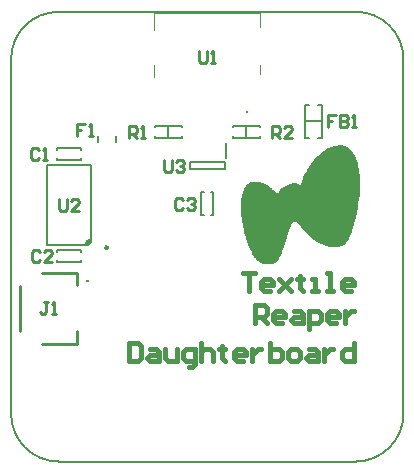
<source format=gto>
G04*
G04 #@! TF.GenerationSoftware,Altium Limited,Altium Designer,22.5.1 (42)*
G04*
G04 Layer_Color=65535*
%FSLAX24Y24*%
%MOIN*%
G70*
G04*
G04 #@! TF.SameCoordinates,90FD04DD-598D-4D9C-97AF-6977CF96076A*
G04*
G04*
G04 #@! TF.FilePolarity,Positive*
G04*
G01*
G75*
%ADD10C,0.0100*%
%ADD11C,0.0098*%
%ADD12C,0.0079*%
%ADD13C,0.0059*%
%ADD14C,0.0039*%
%ADD15C,0.0150*%
%ADD16C,0.0079*%
G36*
X2600Y7271D02*
X2482Y7241D01*
Y7300D01*
X2600Y7418D01*
X2678D01*
X2600Y7271D01*
D02*
G37*
G36*
X7978Y7095D02*
X7953Y7150D01*
X7935Y7192D01*
X7923Y7223D01*
X7908Y7262D01*
X7850Y7442D01*
X7831Y7503D01*
X7825Y7528D01*
X7813Y7570D01*
X7789Y7668D01*
X7780Y7707D01*
X7773Y7732D01*
X7761Y7793D01*
X7755Y7817D01*
X7731Y7939D01*
X7725Y7976D01*
X7719Y8006D01*
X7706Y8079D01*
X7700Y8128D01*
X7691Y8210D01*
X7685Y8253D01*
X7679Y8332D01*
X7673Y8448D01*
X7679Y8729D01*
X7685Y8747D01*
X7694Y8823D01*
X7700Y8854D01*
X7706Y8890D01*
X7725Y8963D01*
X7761Y9067D01*
X7789Y9125D01*
X7840Y9201D01*
X7850Y9210D01*
X7856Y9222D01*
X7889Y9256D01*
X7901Y9262D01*
X7914Y9274D01*
X7926Y9280D01*
X8017Y9323D01*
X8057Y9332D01*
X8094Y9338D01*
X8237Y9341D01*
X8255Y9335D01*
X8304Y9329D01*
X8322Y9323D01*
X8398Y9296D01*
X8429Y9283D01*
X8462Y9268D01*
X8529Y9232D01*
X8639Y9158D01*
X8673Y9131D01*
X8694Y9116D01*
X8706Y9103D01*
X8718Y9097D01*
X8749Y9067D01*
X8761Y9061D01*
X8901Y8921D01*
X8907Y8951D01*
X8913Y8975D01*
X8926Y9006D01*
X8950Y9043D01*
X8959Y9052D01*
X8965Y9064D01*
X9017Y9116D01*
X9029Y9122D01*
X9048Y9140D01*
X9060Y9146D01*
X9102Y9177D01*
X9243Y9244D01*
X9322Y9268D01*
X9346Y9274D01*
X9420Y9286D01*
X9484Y9289D01*
X9532Y9283D01*
X9557Y9277D01*
X9587Y9265D01*
X9609Y9250D01*
X9621Y9238D01*
X9630Y9235D01*
X9636Y9222D01*
X9660Y9180D01*
X9676Y9250D01*
X9694Y9323D01*
X9737Y9445D01*
X9755Y9494D01*
X9785Y9561D01*
X9862Y9710D01*
X9910Y9795D01*
X9941Y9838D01*
X9947Y9850D01*
X9971Y9887D01*
X9977Y9899D01*
X9990Y9911D01*
X9996Y9923D01*
X10069Y10021D01*
X10096Y10055D01*
X10111Y10076D01*
X10154Y10119D01*
X10160Y10131D01*
X10218Y10189D01*
X10230Y10195D01*
X10273Y10237D01*
X10285Y10244D01*
X10310Y10268D01*
X10322Y10274D01*
X10340Y10292D01*
X10352Y10298D01*
X10364Y10311D01*
X10377Y10317D01*
X10389Y10329D01*
X10401Y10335D01*
X10413Y10347D01*
X10425Y10353D01*
X10462Y10378D01*
X10474Y10384D01*
X10511Y10408D01*
X10523Y10414D01*
X10578Y10445D01*
X10669Y10487D01*
X10700Y10500D01*
X10739Y10515D01*
X10764Y10521D01*
X10797Y10530D01*
X10846Y10542D01*
X10931Y10554D01*
X11072Y10548D01*
X11090Y10542D01*
X11124Y10533D01*
X11172Y10515D01*
X11224Y10487D01*
X11267Y10457D01*
X11279Y10451D01*
X11367Y10362D01*
X11373Y10350D01*
X11386Y10338D01*
X11392Y10326D01*
X11404Y10314D01*
X11410Y10301D01*
X11434Y10265D01*
X11502Y10125D01*
X11514Y10094D01*
X11529Y10055D01*
X11569Y9923D01*
X11581Y9875D01*
X11590Y9835D01*
X11596Y9811D01*
X11602Y9774D01*
X11608Y9744D01*
X11614Y9707D01*
X11623Y9625D01*
X11630Y9600D01*
X11642Y9436D01*
X11648Y9393D01*
X11642Y8966D01*
X11636Y8948D01*
X11626Y8854D01*
X11620Y8805D01*
X11590Y8597D01*
X11566Y8451D01*
X11559Y8421D01*
X11553Y8384D01*
X11535Y8293D01*
X11529Y8256D01*
X11523Y8232D01*
X11511Y8171D01*
X11505Y8146D01*
X11498Y8116D01*
X11456Y7945D01*
X11447Y7912D01*
X11441Y7887D01*
X11422Y7826D01*
X11364Y7659D01*
X11346Y7610D01*
X11322Y7549D01*
X11270Y7442D01*
X11245Y7399D01*
X11215Y7357D01*
X11209Y7345D01*
X11181Y7311D01*
X11166Y7290D01*
X11120Y7244D01*
X11108Y7238D01*
X11096Y7226D01*
X11029Y7195D01*
X10999Y7183D01*
X10950Y7171D01*
X10907Y7165D01*
X10883Y7159D01*
X10770Y7156D01*
X10697Y7162D01*
X10666Y7168D01*
X10630Y7174D01*
X10532Y7198D01*
X10447Y7229D01*
X10386Y7253D01*
X10352Y7268D01*
X10224Y7335D01*
X10175Y7366D01*
X10163Y7372D01*
X10023Y7476D01*
X10011Y7488D01*
X9999Y7494D01*
X9950Y7543D01*
X9938Y7549D01*
X9880Y7607D01*
X9874Y7619D01*
X9819Y7674D01*
X9813Y7686D01*
X9782Y7717D01*
X9776Y7729D01*
X9752Y7753D01*
X9746Y7765D01*
X9715Y7796D01*
X9709Y7808D01*
X9685Y7832D01*
X9679Y7845D01*
X9642Y7881D01*
X9636Y7893D01*
X9596Y7933D01*
X9584Y7939D01*
X9560Y7963D01*
X9493Y7994D01*
X9450Y8000D01*
X9413Y7994D01*
X9392Y7973D01*
X9386Y7960D01*
X9331Y7845D01*
X9316Y7805D01*
X9215Y7497D01*
X9096Y7146D01*
X9072Y7079D01*
X9054Y7031D01*
X9029Y6970D01*
X8999Y6903D01*
X8987Y6872D01*
X8929Y6765D01*
X8889Y6708D01*
X8874Y6686D01*
X8862Y6674D01*
X8856Y6662D01*
X8834Y6640D01*
X8822Y6634D01*
X8810Y6622D01*
X8798Y6616D01*
X8755Y6598D01*
X8703Y6589D01*
X8621Y6579D01*
X8462Y6586D01*
X8444Y6592D01*
X8411Y6601D01*
X8362Y6619D01*
X8316Y6640D01*
X8258Y6680D01*
X8249Y6689D01*
X8237Y6695D01*
X8179Y6753D01*
X8173Y6765D01*
X8161Y6778D01*
X8154Y6790D01*
X8124Y6833D01*
X8118Y6845D01*
X8087Y6887D01*
X8081Y6900D01*
X8057Y6942D01*
X8026Y6997D01*
X7978Y7089D01*
Y7095D01*
D02*
G37*
D10*
X2560Y6024D02*
G03*
X2560Y6024I-24J0D01*
G01*
X315Y4370D02*
Y5869D01*
X2224Y3938D02*
Y4356D01*
Y5895D02*
Y6300D01*
X1051Y3938D02*
X2224D01*
X1051Y6300D02*
X2224D01*
X5117Y10060D02*
Y9727D01*
X5183Y9660D01*
X5317D01*
X5383Y9727D01*
Y10060D01*
X5517Y9993D02*
X5583Y10060D01*
X5717D01*
X5783Y9993D01*
Y9927D01*
X5717Y9860D01*
X5650D01*
X5717D01*
X5783Y9793D01*
Y9727D01*
X5717Y9660D01*
X5583D01*
X5517Y9727D01*
X1617Y8760D02*
Y8427D01*
X1683Y8360D01*
X1817D01*
X1883Y8427D01*
Y8760D01*
X2283Y8360D02*
X2017D01*
X2283Y8627D01*
Y8693D01*
X2217Y8760D01*
X2083D01*
X2017Y8693D01*
X6283Y13710D02*
Y13377D01*
X6350Y13310D01*
X6483D01*
X6550Y13377D01*
Y13710D01*
X6683Y13310D02*
X6817D01*
X6750D01*
Y13710D01*
X6683Y13643D01*
X8692Y10810D02*
Y11210D01*
X8892D01*
X8958Y11143D01*
Y11010D01*
X8892Y10943D01*
X8692D01*
X8825D02*
X8958Y10810D01*
X9358D02*
X9092D01*
X9358Y11077D01*
Y11143D01*
X9292Y11210D01*
X9158D01*
X9092Y11143D01*
X3933Y10810D02*
Y11210D01*
X4133D01*
X4200Y11143D01*
Y11010D01*
X4133Y10943D01*
X3933D01*
X4067D02*
X4200Y10810D01*
X4333D02*
X4467D01*
X4400D01*
Y11210D01*
X4333Y11143D01*
X1250Y5322D02*
X1117D01*
X1183D01*
Y4989D01*
X1117Y4922D01*
X1050D01*
X983Y4989D01*
X1383Y4922D02*
X1517D01*
X1450D01*
Y5322D01*
X1383Y5255D01*
X10825Y11550D02*
X10558D01*
Y11350D01*
X10692D01*
X10558D01*
Y11150D01*
X10958Y11550D02*
Y11150D01*
X11158D01*
X11225Y11217D01*
Y11283D01*
X11158Y11350D01*
X10958D01*
X11158D01*
X11225Y11417D01*
Y11483D01*
X11158Y11550D01*
X10958D01*
X11358Y11150D02*
X11492D01*
X11425D01*
Y11550D01*
X11358Y11483D01*
X2475Y11275D02*
X2208D01*
Y11075D01*
X2342D01*
X2208D01*
Y10875D01*
X2608D02*
X2742D01*
X2675D01*
Y11275D01*
X2608Y11208D01*
X5733Y8743D02*
X5667Y8810D01*
X5533D01*
X5467Y8743D01*
Y8477D01*
X5533Y8410D01*
X5667D01*
X5733Y8477D01*
X5867Y8743D02*
X5933Y8810D01*
X6067D01*
X6133Y8743D01*
Y8677D01*
X6067Y8610D01*
X6000D01*
X6067D01*
X6133Y8543D01*
Y8477D01*
X6067Y8410D01*
X5933D01*
X5867Y8477D01*
X983Y7008D02*
X917Y7075D01*
X783D01*
X717Y7008D01*
Y6742D01*
X783Y6675D01*
X917D01*
X983Y6742D01*
X1383Y6675D02*
X1117D01*
X1383Y6942D01*
Y7008D01*
X1317Y7075D01*
X1183D01*
X1117Y7008D01*
X950Y10408D02*
X883Y10475D01*
X750D01*
X683Y10408D01*
Y10142D01*
X750Y10075D01*
X883D01*
X950Y10142D01*
X1083Y10075D02*
X1217D01*
X1150D01*
Y10475D01*
X1083Y10408D01*
D11*
X3239Y7143D02*
G03*
X3239Y7143I-49J0D01*
G01*
D12*
X2659Y7418D02*
G03*
X2482Y7241I0J-177D01*
G01*
X7889Y11660D02*
G03*
X7849Y11660I-20J0D01*
G01*
D02*
G03*
X7889Y11660I20J0D01*
G01*
D02*
G03*
X7849Y11660I-20J0D01*
G01*
X7180Y10141D02*
Y10613D01*
X5974Y10003D02*
X7126D01*
X5974Y9767D02*
Y10003D01*
Y9767D02*
X7126D01*
Y10003D01*
X3495Y10671D02*
Y10849D01*
X2905Y10671D02*
Y10849D01*
X1222Y7241D02*
Y9879D01*
X2678D01*
X2659Y7418D02*
X2678D01*
Y7330D02*
Y9879D01*
X2590Y7241D02*
X2678Y7330D01*
X1222Y7241D02*
X2590D01*
X13089Y13423D02*
G03*
X11500Y14999I-1576J0D01*
G01*
X13089Y13410D02*
G03*
X13089Y13423I-1576J14D01*
G01*
X11500Y11D02*
G03*
X13089Y1600I-4J1593D01*
G01*
X1600Y14999D02*
G03*
X11Y13410I-14J-1576D01*
G01*
X11Y1600D02*
G03*
X1600Y11I1589J0D01*
G01*
X13089Y13410D02*
Y13410D01*
X13089Y1600D02*
X13089Y13410D01*
X11500Y14999D02*
X11500D01*
X1600D02*
X11500D01*
X1600D02*
X1600D01*
X11Y13410D02*
Y13410D01*
Y13410D02*
X11Y1600D01*
Y1600D02*
Y1600D01*
X1600Y11D02*
X11500D01*
X1600D02*
X1600D01*
D13*
X9824Y11350D02*
X10376D01*
X10257Y11901D02*
X10376D01*
Y10799D02*
Y11901D01*
X10257Y10799D02*
X10376D01*
X9824D02*
X9943D01*
X9824D02*
Y11901D01*
X9943D01*
X6353Y8216D02*
X6432D01*
X6353D02*
Y9004D01*
X6432D01*
X6668D02*
X6747D01*
Y8216D02*
Y9004D01*
X6668Y8216D02*
X6747D01*
X1556Y10378D02*
Y10457D01*
X2344D01*
Y10378D02*
Y10457D01*
Y10063D02*
Y10142D01*
X1556Y10063D02*
X2344D01*
X1556D02*
Y10142D01*
X2344Y6663D02*
Y6742D01*
X1556Y6663D02*
X2344D01*
X1556D02*
Y6742D01*
Y6978D02*
Y7057D01*
X2344D01*
Y6978D02*
Y7057D01*
X7850Y10810D02*
Y11210D01*
X8300Y10810D02*
Y10860D01*
X7400Y10810D02*
X8300D01*
X7400D02*
Y10860D01*
Y11160D02*
Y11210D01*
X8300D01*
Y11160D02*
Y11210D01*
X5250Y10810D02*
Y11210D01*
X5700Y10810D02*
Y10860D01*
X4800Y10810D02*
X5700D01*
X4800D02*
Y10860D01*
Y11160D02*
Y11210D01*
X5700D01*
Y11160D02*
Y11210D01*
D14*
X4790Y12821D02*
Y13215D01*
Y12821D02*
Y13215D01*
Y14396D02*
Y14958D01*
Y14396D02*
Y14958D01*
X8310D01*
X4790D02*
X8310D01*
Y14494D02*
Y14958D01*
Y14494D02*
Y14958D01*
Y12919D02*
Y13215D01*
X8322D01*
Y12919D02*
Y13215D01*
X8310Y12919D02*
X8322D01*
D15*
X7751Y6309D02*
X8151D01*
X7951D01*
Y5709D01*
X8651D02*
X8451D01*
X8351Y5809D01*
Y6009D01*
X8451Y6109D01*
X8651D01*
X8751Y6009D01*
Y5909D01*
X8351D01*
X8951Y6109D02*
X9351Y5709D01*
X9151Y5909D01*
X9351Y6109D01*
X8951Y5709D01*
X9651Y6209D02*
Y6109D01*
X9551D01*
X9751D01*
X9651D01*
Y5809D01*
X9751Y5709D01*
X10050D02*
X10250D01*
X10150D01*
Y6109D01*
X10050D01*
X10550Y5709D02*
X10750D01*
X10650D01*
Y6309D01*
X10550D01*
X11350Y5709D02*
X11150D01*
X11050Y5809D01*
Y6009D01*
X11150Y6109D01*
X11350D01*
X11450Y6009D01*
Y5909D01*
X11050D01*
X8151Y4630D02*
Y5229D01*
X8451D01*
X8551Y5129D01*
Y4930D01*
X8451Y4830D01*
X8151D01*
X8351D02*
X8551Y4630D01*
X9051D02*
X8851D01*
X8751Y4730D01*
Y4930D01*
X8851Y5030D01*
X9051D01*
X9151Y4930D01*
Y4830D01*
X8751D01*
X9451Y5030D02*
X9651D01*
X9751Y4930D01*
Y4630D01*
X9451D01*
X9351Y4730D01*
X9451Y4830D01*
X9751D01*
X9950Y4430D02*
Y5030D01*
X10250D01*
X10350Y4930D01*
Y4730D01*
X10250Y4630D01*
X9950D01*
X10850D02*
X10650D01*
X10550Y4730D01*
Y4930D01*
X10650Y5030D01*
X10850D01*
X10950Y4930D01*
Y4830D01*
X10550D01*
X11150Y5030D02*
Y4630D01*
Y4830D01*
X11250Y4930D01*
X11350Y5030D01*
X11450D01*
X3952Y3950D02*
Y3350D01*
X4252D01*
X4352Y3450D01*
Y3850D01*
X4252Y3950D01*
X3952D01*
X4652Y3750D02*
X4852D01*
X4952Y3650D01*
Y3350D01*
X4652D01*
X4552Y3450D01*
X4652Y3550D01*
X4952D01*
X5152Y3750D02*
Y3450D01*
X5252Y3350D01*
X5552D01*
Y3750D01*
X5952Y3150D02*
X6052D01*
X6152Y3250D01*
Y3750D01*
X5852D01*
X5752Y3650D01*
Y3450D01*
X5852Y3350D01*
X6152D01*
X6352Y3950D02*
Y3350D01*
Y3650D01*
X6452Y3750D01*
X6652D01*
X6752Y3650D01*
Y3350D01*
X7051Y3850D02*
Y3750D01*
X6951D01*
X7151D01*
X7051D01*
Y3450D01*
X7151Y3350D01*
X7751D02*
X7551D01*
X7451Y3450D01*
Y3650D01*
X7551Y3750D01*
X7751D01*
X7851Y3650D01*
Y3550D01*
X7451D01*
X8051Y3750D02*
Y3350D01*
Y3550D01*
X8151Y3650D01*
X8251Y3750D01*
X8351D01*
X8651Y3950D02*
Y3350D01*
X8951D01*
X9051Y3450D01*
Y3550D01*
Y3650D01*
X8951Y3750D01*
X8651D01*
X9351Y3350D02*
X9551D01*
X9651Y3450D01*
Y3650D01*
X9551Y3750D01*
X9351D01*
X9251Y3650D01*
Y3450D01*
X9351Y3350D01*
X9950Y3750D02*
X10150D01*
X10250Y3650D01*
Y3350D01*
X9950D01*
X9851Y3450D01*
X9950Y3550D01*
X10250D01*
X10450Y3750D02*
Y3350D01*
Y3550D01*
X10550Y3650D01*
X10650Y3750D01*
X10750D01*
X11450Y3950D02*
Y3350D01*
X11150D01*
X11050Y3450D01*
Y3650D01*
X11150Y3750D01*
X11450D01*
D16*
X11500Y14999D02*
D03*
X13089Y13410D02*
D03*
X13089Y1600D02*
D03*
X13089D02*
D03*
X11500Y11D02*
D03*
X11Y13410D02*
D03*
X1600Y14999D02*
D03*
M02*

</source>
